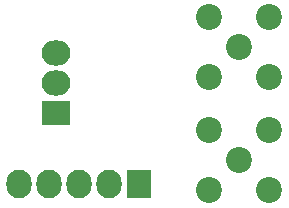
<source format=gbs>
G04 #@! TF.FileFunction,Soldermask,Bot*
%FSLAX46Y46*%
G04 Gerber Fmt 4.6, Leading zero omitted, Abs format (unit mm)*
G04 Created by KiCad (PCBNEW 4.0.2-stable) date Sun 24 Apr 2016 07:38:59 PM AKDT*
%MOMM*%
G01*
G04 APERTURE LIST*
%ADD10C,0.100000*%
%ADD11R,2.432000X2.127200*%
%ADD12O,2.432000X2.127200*%
%ADD13R,2.127200X2.432000*%
%ADD14O,2.127200X2.432000*%
%ADD15C,2.200000*%
G04 APERTURE END LIST*
D10*
D11*
X145000000Y-108040000D03*
D12*
X145000000Y-105500000D03*
X145000000Y-102960000D03*
D13*
X152080000Y-114000000D03*
D14*
X149540000Y-114000000D03*
X147000000Y-114000000D03*
X144460000Y-114000000D03*
X141920000Y-114000000D03*
D15*
X160540000Y-112000000D03*
X163080000Y-109460000D03*
X163080000Y-114540000D03*
X158000000Y-114540000D03*
X158000000Y-109460000D03*
X160540000Y-102460000D03*
X163080000Y-99920000D03*
X163080000Y-105000000D03*
X158000000Y-105000000D03*
X158000000Y-99920000D03*
M02*

</source>
